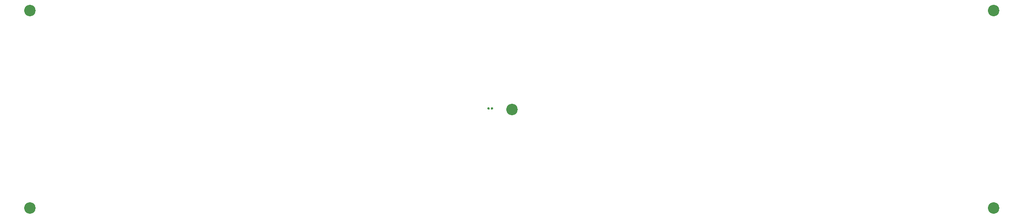
<source format=gbr>
G04 #@! TF.GenerationSoftware,KiCad,Pcbnew,5.1.9*
G04 #@! TF.CreationDate,2021-03-20T02:04:08-07:00*
G04 #@! TF.ProjectId,base,62617365-2e6b-4696-9361-645f70636258,rev?*
G04 #@! TF.SameCoordinates,Original*
G04 #@! TF.FileFunction,Soldermask,Top*
G04 #@! TF.FilePolarity,Negative*
%FSLAX46Y46*%
G04 Gerber Fmt 4.6, Leading zero omitted, Abs format (unit mm)*
G04 Created by KiCad (PCBNEW 5.1.9) date 2021-03-20 02:04:08*
%MOMM*%
%LPD*%
G01*
G04 APERTURE LIST*
%ADD10C,2.200000*%
G04 APERTURE END LIST*
D10*
X67975000Y-44000000D03*
X67975000Y-82000000D03*
X253475000Y-44000000D03*
X160725000Y-63000000D03*
X253475000Y-82000000D03*
G36*
G01*
X156635000Y-62930000D02*
X156635000Y-62730000D01*
G75*
G02*
X156735000Y-62630000I100000J0D01*
G01*
X156995000Y-62630000D01*
G75*
G02*
X157095000Y-62730000I0J-100000D01*
G01*
X157095000Y-62930000D01*
G75*
G02*
X156995000Y-63030000I-100000J0D01*
G01*
X156735000Y-63030000D01*
G75*
G02*
X156635000Y-62930000I0J100000D01*
G01*
G37*
G36*
G01*
X155995000Y-62930000D02*
X155995000Y-62730000D01*
G75*
G02*
X156095000Y-62630000I100000J0D01*
G01*
X156355000Y-62630000D01*
G75*
G02*
X156455000Y-62730000I0J-100000D01*
G01*
X156455000Y-62930000D01*
G75*
G02*
X156355000Y-63030000I-100000J0D01*
G01*
X156095000Y-63030000D01*
G75*
G02*
X155995000Y-62930000I0J100000D01*
G01*
G37*
M02*

</source>
